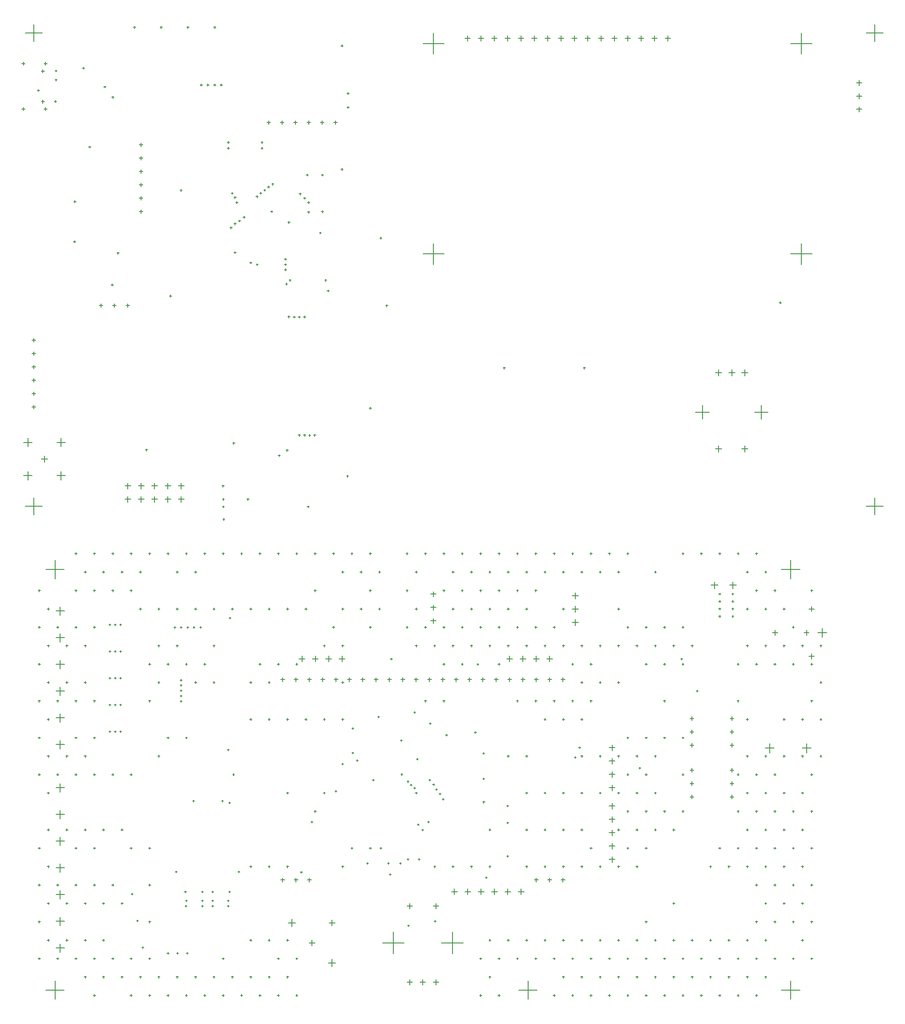
<source format=gbr>
%TF.GenerationSoftware,Altium Limited,Altium Designer,22.5.1 (42)*%
G04 Layer_Color=128*
%FSLAX43Y43*%
%MOMM*%
%TF.SameCoordinates,1CDD9A58-554C-4E31-8E55-BAED9532D10C*%
%TF.FilePolarity,Positive*%
%TF.FileFunction,Drillmap*%
%TF.Part,CustomerPanel*%
G01*
G75*
%TA.AperFunction,NonConductor*%
%ADD115C,0.127*%
D115*
X24430Y142180D02*
X25130D01*
X24780Y141830D02*
Y142530D01*
X26970Y142180D02*
X27670D01*
X27320Y141830D02*
Y142530D01*
X29510Y142180D02*
X30210D01*
X29860Y141830D02*
Y142530D01*
X94020Y193000D02*
X95020D01*
X94520Y192500D02*
Y193500D01*
X96560Y193000D02*
X97560D01*
X97060Y192500D02*
Y193500D01*
X99100Y193000D02*
X100100D01*
X99600Y192500D02*
Y193500D01*
X101640Y193000D02*
X102640D01*
X102140Y192500D02*
Y193500D01*
X104180Y193000D02*
X105180D01*
X104680Y192500D02*
Y193500D01*
X106720Y193000D02*
X107720D01*
X107220Y192500D02*
Y193500D01*
X109260Y193000D02*
X110260D01*
X109760Y192500D02*
Y193500D01*
X111800Y193000D02*
X112800D01*
X112300Y192500D02*
Y193500D01*
X114340Y193000D02*
X115340D01*
X114840Y192500D02*
Y193500D01*
X116880Y193000D02*
X117880D01*
X117380Y192500D02*
Y193500D01*
X119420Y193000D02*
X120420D01*
X119920Y192500D02*
Y193500D01*
X121960Y193000D02*
X122960D01*
X122460Y192500D02*
Y193500D01*
X124500Y193000D02*
X125500D01*
X125000Y192500D02*
Y193500D01*
X127040Y193000D02*
X128040D01*
X127540Y192500D02*
Y193500D01*
X129580Y193000D02*
X130580D01*
X130080Y192500D02*
Y193500D01*
X132120Y193000D02*
X133120D01*
X132620Y192500D02*
Y193500D01*
X86020Y192000D02*
X90020D01*
X88020Y190000D02*
Y194000D01*
X86020Y152000D02*
X90020D01*
X88020Y150000D02*
Y154000D01*
X156020Y152000D02*
X160020D01*
X158020Y150000D02*
Y154000D01*
X156020Y192000D02*
X160020D01*
X158020Y190000D02*
Y194000D01*
X39470Y107890D02*
X40570D01*
X40020Y107340D02*
Y108440D01*
X39470Y105350D02*
X40570D01*
X40020Y104800D02*
Y105900D01*
X36930Y107890D02*
X38030D01*
X37480Y107340D02*
Y108440D01*
X36930Y105350D02*
X38030D01*
X37480Y104800D02*
Y105900D01*
X34390Y105350D02*
X35490D01*
X34940Y104800D02*
Y105900D01*
X34390Y107890D02*
X35490D01*
X34940Y107340D02*
Y108440D01*
X31850Y105350D02*
X32950D01*
X32400Y104800D02*
Y105900D01*
X31850Y107890D02*
X32950D01*
X32400Y107340D02*
Y108440D01*
X29310Y105350D02*
X30410D01*
X29860Y104800D02*
Y105900D01*
X29310Y107890D02*
X30410D01*
X29860Y107340D02*
Y108440D01*
X13380Y186755D02*
X13980D01*
X13680Y186455D02*
Y187055D01*
X13380Y180975D02*
X13980D01*
X13680Y180675D02*
Y181275D01*
X149090Y121920D02*
X151690D01*
X150390Y120620D02*
Y123220D01*
X137890Y121920D02*
X140490D01*
X139190Y120620D02*
Y123220D01*
X146690Y114920D02*
X147890D01*
X147290Y114320D02*
Y115520D01*
X141690Y114920D02*
X142890D01*
X142290Y114320D02*
Y115520D01*
X146690Y129420D02*
X147890D01*
X147290Y128820D02*
Y130020D01*
X144190Y129420D02*
X145390D01*
X144790Y128820D02*
Y130020D01*
X141690Y129420D02*
X142890D01*
X142290Y128820D02*
Y130020D01*
X168500Y184500D02*
X169500D01*
X169000Y184000D02*
Y185000D01*
X168500Y182000D02*
X169500D01*
X169000Y181500D02*
Y182500D01*
X168500Y179500D02*
X169500D01*
X169000Y179000D02*
Y180000D01*
X11650Y135620D02*
X12350D01*
X12000Y135270D02*
Y135970D01*
X11650Y133080D02*
X12350D01*
X12000Y132730D02*
Y133430D01*
X11650Y130540D02*
X12350D01*
X12000Y130190D02*
Y130890D01*
X11650Y128000D02*
X12350D01*
X12000Y127650D02*
Y128350D01*
X11650Y125460D02*
X12350D01*
X12000Y125110D02*
Y125810D01*
X11650Y122920D02*
X12350D01*
X12000Y122570D02*
Y123270D01*
X10050Y116150D02*
X11650D01*
X10850Y115350D02*
Y116950D01*
X10050Y109850D02*
X11650D01*
X10850Y109050D02*
Y110650D01*
X16350Y109850D02*
X17950D01*
X17150Y109050D02*
Y110650D01*
X16350Y116150D02*
X17950D01*
X17150Y115350D02*
Y116950D01*
X13400Y113000D02*
X14600D01*
X14000Y112400D02*
Y113600D01*
X32050Y160060D02*
X32750D01*
X32400Y159710D02*
Y160410D01*
X32050Y162600D02*
X32750D01*
X32400Y162250D02*
Y162950D01*
X32050Y165140D02*
X32750D01*
X32400Y164790D02*
Y165490D01*
X32050Y167680D02*
X32750D01*
X32400Y167330D02*
Y168030D01*
X32050Y170220D02*
X32750D01*
X32400Y169870D02*
Y170570D01*
X32050Y172760D02*
X32750D01*
X32400Y172410D02*
Y173110D01*
X69000Y177000D02*
X69700D01*
X69350Y176650D02*
Y177350D01*
X66460Y177000D02*
X67160D01*
X66810Y176650D02*
Y177350D01*
X63920Y177000D02*
X64620D01*
X64270Y176650D02*
Y177350D01*
X61380Y177000D02*
X62080D01*
X61730Y176650D02*
Y177350D01*
X58840Y177000D02*
X59540D01*
X59190Y176650D02*
Y177350D01*
X56300Y177000D02*
X57000D01*
X56650Y176650D02*
Y177350D01*
X13880Y179545D02*
X14480D01*
X14180Y179245D02*
Y179845D01*
X13880Y188185D02*
X14480D01*
X14180Y187885D02*
Y188485D01*
X9700Y179545D02*
X10300D01*
X10000Y179245D02*
Y179845D01*
X9700Y188185D02*
X10300D01*
X10000Y187885D02*
Y188485D01*
X153800Y142750D02*
X154200D01*
X154000Y142550D02*
Y142950D01*
X64070Y159945D02*
X64470D01*
X64270Y159745D02*
Y160145D01*
X66700Y160050D02*
X67100D01*
X66900Y159850D02*
Y160250D01*
X19517Y154320D02*
X19917D01*
X19717Y154120D02*
Y154520D01*
X19581Y161940D02*
X19981D01*
X19781Y161740D02*
Y162140D01*
X15890Y181000D02*
X16290D01*
X16090Y180800D02*
Y181200D01*
X50903Y158290D02*
X51303D01*
X51103Y158090D02*
Y158490D01*
X71570Y182540D02*
X71970D01*
X71770Y182340D02*
Y182740D01*
X65220Y117527D02*
X65620D01*
X65420Y117327D02*
Y117727D01*
X64261Y117491D02*
X64661D01*
X64461Y117291D02*
Y117691D01*
X54233Y162927D02*
X54633D01*
X54433Y162727D02*
Y163127D01*
X67800Y145000D02*
X68200D01*
X68000Y144800D02*
Y145200D01*
X62300Y139999D02*
X62700D01*
X62500Y139799D02*
Y140199D01*
X63300Y140016D02*
X63700D01*
X63500Y139816D02*
Y140216D01*
X59859Y146295D02*
X60259D01*
X60059Y146095D02*
Y146495D01*
X60300Y158000D02*
X60700D01*
X60500Y157800D02*
Y158200D01*
X57050Y160060D02*
X57450D01*
X57250Y159860D02*
Y160260D01*
X51800Y159000D02*
X52200D01*
X52000Y158800D02*
Y159200D01*
X50073Y157754D02*
X50473D01*
X50273Y157554D02*
Y157954D01*
X49300Y157000D02*
X49700D01*
X49500Y156800D02*
Y157200D01*
X50400Y161778D02*
X50800D01*
X50600Y161578D02*
Y161978D01*
X50073Y162747D02*
X50473D01*
X50273Y162547D02*
Y162947D01*
X49521Y163532D02*
X49921D01*
X49721Y163332D02*
Y163732D01*
X54941Y163575D02*
X55341D01*
X55141Y163375D02*
Y163775D01*
X56450Y164763D02*
X56850D01*
X56650Y164563D02*
Y164963D01*
X57246Y165300D02*
X57646D01*
X57446Y165100D02*
Y165500D01*
X55719Y164138D02*
X56119D01*
X55919Y163938D02*
Y164338D01*
X26800Y181801D02*
X27200D01*
X27000Y181601D02*
Y182001D01*
X25279Y183767D02*
X25679D01*
X25479Y183567D02*
Y183967D01*
X48800Y172100D02*
X49200D01*
X49000Y171900D02*
Y172300D01*
X48800Y173231D02*
X49200D01*
X49000Y173031D02*
Y173431D01*
X55195Y172100D02*
X55595D01*
X55395Y171900D02*
Y172300D01*
X55195Y173231D02*
X55595D01*
X55395Y173031D02*
Y173431D01*
X71570Y179889D02*
X71970D01*
X71770Y179689D02*
Y180089D01*
X64070Y161778D02*
X64470D01*
X64270Y161578D02*
Y161978D01*
X63300Y162600D02*
X63700D01*
X63500Y162400D02*
Y162800D01*
X62454Y163420D02*
X62854D01*
X62654Y163220D02*
Y163620D01*
X59970Y114670D02*
X60370D01*
X60170Y114470D02*
Y114870D01*
X75800Y122670D02*
X76200D01*
X76000Y122470D02*
Y122870D01*
X71470Y109760D02*
X71870D01*
X71670Y109560D02*
Y109960D01*
X63970Y103920D02*
X64370D01*
X64170Y103720D02*
Y104120D01*
X50073Y152285D02*
X50473D01*
X50273Y152085D02*
Y152485D01*
X54273Y150000D02*
X54673D01*
X54473Y149800D02*
Y150200D01*
X63800Y167000D02*
X64200D01*
X64000Y166800D02*
Y167200D01*
X77800Y155000D02*
X78200D01*
X78000Y154800D02*
Y155200D01*
X52520Y105350D02*
X52920D01*
X52720Y105150D02*
Y105550D01*
X47795Y107895D02*
X48195D01*
X47995Y107695D02*
Y108095D01*
X70430Y191580D02*
X70830D01*
X70630Y191380D02*
Y191780D01*
X58470Y113670D02*
X58870D01*
X58670Y113470D02*
Y113870D01*
X49800Y116019D02*
X50200D01*
X50000Y115819D02*
Y116219D01*
X39800Y164094D02*
X40200D01*
X40000Y163894D02*
Y164294D01*
X59671Y149000D02*
X60071D01*
X59871Y148800D02*
Y149200D01*
X66300Y156000D02*
X66700D01*
X66500Y155800D02*
Y156200D01*
X59671Y150000D02*
X60071D01*
X59871Y149800D02*
Y150200D01*
X59671Y151000D02*
X60071D01*
X59871Y150800D02*
Y151200D01*
X46208Y195102D02*
X46608D01*
X46408Y194902D02*
Y195302D01*
X67306Y147008D02*
X67706D01*
X67506Y146808D02*
Y147208D01*
X60539Y147000D02*
X60939D01*
X60739Y146800D02*
Y147200D01*
X53050Y150331D02*
X53450D01*
X53250Y150131D02*
Y150531D01*
X27800Y152152D02*
X28200D01*
X28000Y151952D02*
Y152352D01*
X26690Y146110D02*
X27090D01*
X26890Y145910D02*
Y146310D01*
X37800Y144000D02*
X38200D01*
X38000Y143800D02*
Y144200D01*
X60306Y140061D02*
X60706D01*
X60506Y139861D02*
Y140261D01*
X43630Y184130D02*
X44030D01*
X43830Y183930D02*
Y184330D01*
X44900Y184130D02*
X45300D01*
X45100Y183930D02*
Y184330D01*
X12642Y183091D02*
X13042D01*
X12842Y182891D02*
Y183291D01*
X16005Y186818D02*
X16405D01*
X16205Y186618D02*
Y187018D01*
X15999Y185091D02*
X16399D01*
X16199Y184891D02*
Y185291D01*
X21237Y187326D02*
X21637D01*
X21437Y187126D02*
Y187526D01*
X22400Y172340D02*
X22800D01*
X22600Y172140D02*
Y172540D01*
X47830Y105350D02*
X48230D01*
X48030Y105150D02*
Y105550D01*
X47830Y103920D02*
X48230D01*
X48030Y103720D02*
Y104120D01*
X47920Y101540D02*
X48320D01*
X48120Y101340D02*
Y101740D01*
X36010Y195102D02*
X36410D01*
X36210Y194902D02*
Y195302D01*
X61315Y139999D02*
X61715D01*
X61515Y139799D02*
Y140199D01*
X70430Y168088D02*
X70830D01*
X70630Y167888D02*
Y168288D01*
X46208Y184130D02*
X46608D01*
X46408Y183930D02*
Y184330D01*
X30930Y195102D02*
X31330D01*
X31130Y194902D02*
Y195302D01*
X41090Y195102D02*
X41490D01*
X41290Y194902D02*
Y195302D01*
X47440Y184130D02*
X47840D01*
X47640Y183930D02*
Y184330D01*
X101288Y130310D02*
X101688D01*
X101488Y130110D02*
Y130510D01*
X116528Y130310D02*
X116928D01*
X116728Y130110D02*
Y130510D01*
X62300Y117527D02*
X62700D01*
X62500Y117327D02*
Y117727D01*
X66700Y167000D02*
X67100D01*
X66900Y166800D02*
Y167200D01*
X63300Y117527D02*
X63700D01*
X63500Y117327D02*
Y117727D01*
X78936Y142180D02*
X79336D01*
X79136Y141980D02*
Y142380D01*
X33216Y114748D02*
X33616D01*
X33416Y114548D02*
Y114948D01*
X170400Y104000D02*
X173600D01*
X172000Y102400D02*
Y105600D01*
X10400Y104000D02*
X13600D01*
X12000Y102400D02*
Y105600D01*
X10400Y194000D02*
X13600D01*
X12000Y192400D02*
Y195600D01*
X170400Y194000D02*
X173600D01*
X172000Y192400D02*
Y195600D01*
X78350Y21000D02*
X82450D01*
X80400Y18950D02*
Y23050D01*
X89550Y21000D02*
X93650D01*
X91600Y18950D02*
Y23050D01*
X83000Y13500D02*
X84000D01*
X83500Y13000D02*
Y14000D01*
X85500Y13500D02*
X86500D01*
X86000Y13000D02*
Y14000D01*
X88000Y13500D02*
X89000D01*
X88500Y13000D02*
Y14000D01*
X83000Y28000D02*
X84000D01*
X83500Y27500D02*
Y28500D01*
X88000Y28000D02*
X89000D01*
X88500Y27500D02*
Y28500D01*
X58940Y32950D02*
X59720D01*
X59330Y32560D02*
Y33340D01*
X64020Y32950D02*
X64800D01*
X64410Y32560D02*
Y33340D01*
X61480Y32950D02*
X62260D01*
X61870Y32560D02*
Y33340D01*
X71640Y71050D02*
X72420D01*
X72030Y70660D02*
Y71440D01*
X81800Y71050D02*
X82580D01*
X82190Y70660D02*
Y71440D01*
X79260Y71050D02*
X80040D01*
X79650Y70660D02*
Y71440D01*
X76720Y71050D02*
X77500D01*
X77110Y70660D02*
Y71440D01*
X74180Y71050D02*
X74960D01*
X74570Y70660D02*
Y71440D01*
X69100Y71050D02*
X69880D01*
X69490Y70660D02*
Y71440D01*
X66560Y71050D02*
X67340D01*
X66950Y70660D02*
Y71440D01*
X64020Y71050D02*
X64800D01*
X64410Y70660D02*
Y71440D01*
X61480Y71050D02*
X62260D01*
X61870Y70660D02*
Y71440D01*
X58940Y71050D02*
X59720D01*
X59330Y70660D02*
Y71440D01*
X112280Y32950D02*
X113060D01*
X112670Y32560D02*
Y33340D01*
X109740Y32950D02*
X110520D01*
X110130Y32560D02*
Y33340D01*
X107200Y32950D02*
X107980D01*
X107590Y32560D02*
Y33340D01*
X84340Y71050D02*
X85120D01*
X84730Y70660D02*
Y71440D01*
X112280Y71050D02*
X113060D01*
X112670Y70660D02*
Y71440D01*
X99580Y71050D02*
X100360D01*
X99970Y70660D02*
Y71440D01*
X94500Y71050D02*
X95280D01*
X94890Y70660D02*
Y71440D01*
X91960Y71050D02*
X92740D01*
X92350Y70660D02*
Y71440D01*
X89420Y71050D02*
X90200D01*
X89810Y70660D02*
Y71440D01*
X86880Y71050D02*
X87660D01*
X87270Y70660D02*
Y71440D01*
X102120Y71050D02*
X102900D01*
X102510Y70660D02*
Y71440D01*
X104660Y71050D02*
X105440D01*
X105050Y70660D02*
Y71440D01*
X107200Y71050D02*
X107980D01*
X107590Y70660D02*
Y71440D01*
X97040Y71050D02*
X97820D01*
X97430Y70660D02*
Y71440D01*
X109740Y71050D02*
X110520D01*
X110130Y70660D02*
Y71440D01*
X136815Y63640D02*
X137565D01*
X137190Y63265D02*
Y64015D01*
X136815Y61100D02*
X137565D01*
X137190Y60725D02*
Y61475D01*
X136815Y58560D02*
X137565D01*
X137190Y58185D02*
Y58935D01*
X144435Y58560D02*
X145185D01*
X144810Y58185D02*
Y58935D01*
X144435Y61100D02*
X145185D01*
X144810Y60725D02*
Y61475D01*
X144435Y63640D02*
X145185D01*
X144810Y63265D02*
Y64015D01*
X158150Y58000D02*
X159850D01*
X159000Y57150D02*
Y58850D01*
X151150Y58000D02*
X152850D01*
X152000Y57150D02*
Y58850D01*
X159500Y75500D02*
X160500D01*
X160000Y75000D02*
Y76000D01*
X161150Y80000D02*
X162850D01*
X162000Y79150D02*
Y80850D01*
X152500Y80000D02*
X153500D01*
X153000Y79500D02*
Y80500D01*
X158500Y80000D02*
X159500D01*
X159000Y79500D02*
Y80500D01*
X159500Y84500D02*
X160500D01*
X160000Y84000D02*
Y85000D01*
X16200Y20000D02*
X17800D01*
X17000Y19200D02*
Y20800D01*
X16200Y25080D02*
X17800D01*
X17000Y24280D02*
Y25880D01*
X16200Y35240D02*
X17800D01*
X17000Y34440D02*
Y36040D01*
X16200Y45400D02*
X17800D01*
X17000Y44600D02*
Y46200D01*
X16200Y50480D02*
X17800D01*
X17000Y49680D02*
Y51280D01*
X16200Y40320D02*
X17800D01*
X17000Y39520D02*
Y41120D01*
X16200Y30160D02*
X17800D01*
X17000Y29360D02*
Y30960D01*
X67530Y75000D02*
X68630D01*
X68080Y74450D02*
Y75550D01*
X70070Y75000D02*
X71170D01*
X70620Y74450D02*
Y75550D01*
X64990Y75000D02*
X66090D01*
X65540Y74450D02*
Y75550D01*
X62450Y75000D02*
X63550D01*
X63000Y74450D02*
Y75550D01*
X107040Y75000D02*
X108140D01*
X107590Y74450D02*
Y75550D01*
X109580Y75000D02*
X110680D01*
X110130Y74450D02*
Y75550D01*
X104500Y75000D02*
X105600D01*
X105050Y74450D02*
Y75550D01*
X101960Y75000D02*
X103060D01*
X102510Y74450D02*
Y75550D01*
X87500Y87300D02*
X88500D01*
X88000Y86800D02*
Y87800D01*
X87500Y84760D02*
X88500D01*
X88000Y84260D02*
Y85260D01*
X87500Y82220D02*
X88500D01*
X88000Y81720D02*
Y82720D01*
X104250Y12000D02*
X107750D01*
X106000Y10250D02*
Y13750D01*
X136815Y53840D02*
X137565D01*
X137190Y53465D02*
Y54215D01*
X136815Y51300D02*
X137565D01*
X137190Y50925D02*
Y51675D01*
X136815Y48760D02*
X137565D01*
X137190Y48385D02*
Y49135D01*
X144435Y48760D02*
X145185D01*
X144810Y48385D02*
Y49135D01*
X144435Y51300D02*
X145185D01*
X144810Y50925D02*
Y51675D01*
X144435Y53840D02*
X145185D01*
X144810Y53465D02*
Y54215D01*
X64350Y21000D02*
X65450D01*
X64900Y20450D02*
Y21550D01*
X68160Y24810D02*
X69260D01*
X68710Y24260D02*
Y25360D01*
X60390Y24810D02*
X61790D01*
X61090Y24110D02*
Y25510D01*
X68010Y17190D02*
X69410D01*
X68710Y16490D02*
Y17890D01*
X91450Y30700D02*
X92550D01*
X92000Y30150D02*
Y31250D01*
X93990Y30700D02*
X95090D01*
X94540Y30150D02*
Y31250D01*
X99070Y30700D02*
X100170D01*
X99620Y30150D02*
Y31250D01*
X104150Y30700D02*
X105250D01*
X104700Y30150D02*
Y31250D01*
X101610Y30700D02*
X102710D01*
X102160Y30150D02*
Y31250D01*
X96530Y30700D02*
X97630D01*
X97080Y30150D02*
Y31250D01*
X16200Y58700D02*
X17800D01*
X17000Y57900D02*
Y59500D01*
X16200Y63780D02*
X17800D01*
X17000Y62980D02*
Y64580D01*
X16200Y73940D02*
X17800D01*
X17000Y73140D02*
Y74740D01*
X16200Y84100D02*
X17800D01*
X17000Y83300D02*
Y84900D01*
X16200Y79020D02*
X17800D01*
X17000Y78220D02*
Y79820D01*
X16200Y68860D02*
X17800D01*
X17000Y68060D02*
Y69660D01*
X14250Y92000D02*
X17750D01*
X16000Y90250D02*
Y93750D01*
X114400Y81920D02*
X115600D01*
X115000Y81320D02*
Y82520D01*
X114400Y84460D02*
X115600D01*
X115000Y83860D02*
Y85060D01*
X114400Y87000D02*
X115600D01*
X115000Y86400D02*
Y87600D01*
X140850Y89000D02*
X142150D01*
X141500Y88350D02*
Y89650D01*
X144350Y89000D02*
X145650D01*
X145000Y88350D02*
Y89650D01*
X154250Y92000D02*
X157750D01*
X156000Y90250D02*
Y93750D01*
X14250Y12000D02*
X17750D01*
X16000Y10250D02*
Y13750D01*
X154250Y12000D02*
X157750D01*
X156000Y10250D02*
Y13750D01*
X121450Y41920D02*
X122550D01*
X122000Y41370D02*
Y42470D01*
X121450Y36840D02*
X122550D01*
X122000Y36290D02*
Y37390D01*
X121450Y39380D02*
X122550D01*
X122000Y38830D02*
Y39930D01*
X121450Y44460D02*
X122550D01*
X122000Y43910D02*
Y45010D01*
X121450Y47000D02*
X122550D01*
X122000Y46450D02*
Y47550D01*
X121450Y58120D02*
X122550D01*
X122000Y57570D02*
Y58670D01*
X121450Y55580D02*
X122550D01*
X122000Y55030D02*
Y56130D01*
X121450Y50500D02*
X122550D01*
X122000Y49950D02*
Y51050D01*
X121450Y53040D02*
X122550D01*
X122000Y52490D02*
Y53590D01*
X48825Y28000D02*
X49175D01*
X49000Y27825D02*
Y28175D01*
X45825Y28000D02*
X46175D01*
X46000Y27825D02*
Y28175D01*
X43875Y28000D02*
X44225D01*
X44050Y27825D02*
Y28175D01*
X40777Y28000D02*
X41126D01*
X40952Y27825D02*
Y28175D01*
X144774Y85920D02*
X145174D01*
X144974Y85720D02*
Y86120D01*
X144774Y87340D02*
X145174D01*
X144974Y87140D02*
Y87540D01*
X144774Y84501D02*
X145174D01*
X144974Y84301D02*
Y84701D01*
X144774Y83081D02*
X145174D01*
X144974Y82881D02*
Y83281D01*
X142300Y83081D02*
X142700D01*
X142500Y82881D02*
Y83281D01*
X142300Y84501D02*
X142700D01*
X142500Y84301D02*
Y84701D01*
X142300Y87340D02*
X142700D01*
X142500Y87140D02*
Y87540D01*
X142300Y85920D02*
X142700D01*
X142500Y85720D02*
Y86120D01*
X97400Y47761D02*
X97800D01*
X97600Y47561D02*
Y47961D01*
X149300Y95000D02*
X149700D01*
X149500Y94800D02*
Y95200D01*
X151050Y91500D02*
X151450D01*
X151250Y91300D02*
Y91700D01*
X145800Y95000D02*
X146200D01*
X146000Y94800D02*
Y95200D01*
X147550Y91500D02*
X147950D01*
X147750Y91300D02*
Y91700D01*
X142300Y95000D02*
X142700D01*
X142500Y94800D02*
Y95200D01*
X138800Y95000D02*
X139200D01*
X139000Y94800D02*
Y95200D01*
X135300Y95000D02*
X135700D01*
X135500Y94800D02*
Y95200D01*
X135300Y81000D02*
X135700D01*
X135500Y80800D02*
Y81200D01*
X137050Y77500D02*
X137450D01*
X137250Y77300D02*
Y77700D01*
X135300Y74000D02*
X135700D01*
X135500Y73800D02*
Y74200D01*
X135300Y60000D02*
X135700D01*
X135500Y59800D02*
Y60200D01*
X135300Y53000D02*
X135700D01*
X135500Y52800D02*
Y53200D01*
X135300Y46000D02*
X135700D01*
X135500Y45800D02*
Y46200D01*
X131800Y81000D02*
X132200D01*
X132000Y80800D02*
Y81200D01*
X133550Y77500D02*
X133950D01*
X133750Y77300D02*
Y77700D01*
X131800Y74000D02*
X132200D01*
X132000Y73800D02*
Y74200D01*
X131800Y67000D02*
X132200D01*
X132000Y66800D02*
Y67200D01*
X131800Y60000D02*
X132200D01*
X132000Y59800D02*
Y60200D01*
X131800Y46000D02*
X132200D01*
X132000Y45800D02*
Y46200D01*
X133550Y42500D02*
X133950D01*
X133750Y42300D02*
Y42700D01*
X130050Y91500D02*
X130450D01*
X130250Y91300D02*
Y91700D01*
X128300Y81000D02*
X128700D01*
X128500Y80800D02*
Y81200D01*
X130050Y77500D02*
X130450D01*
X130250Y77300D02*
Y77700D01*
X128300Y74000D02*
X128700D01*
X128500Y73800D02*
Y74200D01*
X128300Y60000D02*
X128700D01*
X128500Y59800D02*
Y60200D01*
X130050Y56500D02*
X130450D01*
X130250Y56300D02*
Y56700D01*
X128300Y53000D02*
X128700D01*
X128500Y52800D02*
Y53200D01*
X130050Y49500D02*
X130450D01*
X130250Y49300D02*
Y49700D01*
X128300Y46000D02*
X128700D01*
X128500Y45800D02*
Y46200D01*
X130050Y42500D02*
X130450D01*
X130250Y42300D02*
Y42700D01*
X128300Y39000D02*
X128700D01*
X128500Y38800D02*
Y39200D01*
X124800Y95000D02*
X125200D01*
X125000Y94800D02*
Y95200D01*
X124800Y81000D02*
X125200D01*
X125000Y80800D02*
Y81200D01*
X126550Y77500D02*
X126950D01*
X126750Y77300D02*
Y77700D01*
X124800Y60000D02*
X125200D01*
X125000Y59800D02*
Y60200D01*
X126550Y56500D02*
X126950D01*
X126750Y56300D02*
Y56700D01*
X124800Y53000D02*
X125200D01*
X125000Y52800D02*
Y53200D01*
X126550Y49500D02*
X126950D01*
X126750Y49300D02*
Y49700D01*
X124800Y46000D02*
X125200D01*
X125000Y45800D02*
Y46200D01*
X126550Y42500D02*
X126950D01*
X126750Y42300D02*
Y42700D01*
X124800Y39000D02*
X125200D01*
X125000Y38800D02*
Y39200D01*
X126550Y35500D02*
X126950D01*
X126750Y35300D02*
Y35700D01*
X121300Y95000D02*
X121700D01*
X121500Y94800D02*
Y95200D01*
X123050Y91500D02*
X123450D01*
X123250Y91300D02*
Y91700D01*
X123050Y84500D02*
X123450D01*
X123250Y84300D02*
Y84700D01*
X123050Y77500D02*
X123450D01*
X123250Y77300D02*
Y77700D01*
X123050Y70500D02*
X123450D01*
X123250Y70300D02*
Y70700D01*
X123050Y56500D02*
X123450D01*
X123250Y56300D02*
Y56700D01*
X123050Y49500D02*
X123450D01*
X123250Y49300D02*
Y49700D01*
X123050Y42500D02*
X123450D01*
X123250Y42300D02*
Y42700D01*
X123050Y35500D02*
X123450D01*
X123250Y35300D02*
Y35700D01*
X117800Y95000D02*
X118200D01*
X118000Y94800D02*
Y95200D01*
X119550Y91500D02*
X119950D01*
X119750Y91300D02*
Y91700D01*
X119550Y77500D02*
X119950D01*
X119750Y77300D02*
Y77700D01*
X117800Y74000D02*
X118200D01*
X118000Y73800D02*
Y74200D01*
X119550Y70500D02*
X119950D01*
X119750Y70300D02*
Y70700D01*
X117800Y67000D02*
X118200D01*
X118000Y66800D02*
Y67200D01*
X119550Y56500D02*
X119950D01*
X119750Y56300D02*
Y56700D01*
X119550Y49500D02*
X119950D01*
X119750Y49300D02*
Y49700D01*
X117800Y39000D02*
X118200D01*
X118000Y38800D02*
Y39200D01*
X119550Y35500D02*
X119950D01*
X119750Y35300D02*
Y35700D01*
X114300Y95000D02*
X114700D01*
X114500Y94800D02*
Y95200D01*
X116050Y91500D02*
X116450D01*
X116250Y91300D02*
Y91700D01*
X116050Y77500D02*
X116450D01*
X116250Y77300D02*
Y77700D01*
X114300Y74000D02*
X114700D01*
X114500Y73800D02*
Y74200D01*
X116050Y70500D02*
X116450D01*
X116250Y70300D02*
Y70700D01*
X114300Y67000D02*
X114700D01*
X114500Y66800D02*
Y67200D01*
X116050Y63500D02*
X116450D01*
X116250Y63300D02*
Y63700D01*
X116050Y56500D02*
X116450D01*
X116250Y56300D02*
Y56700D01*
X116050Y49500D02*
X116450D01*
X116250Y49300D02*
Y49700D01*
X116050Y42500D02*
X116450D01*
X116250Y42300D02*
Y42700D01*
X116050Y35500D02*
X116450D01*
X116250Y35300D02*
Y35700D01*
X110800Y95000D02*
X111200D01*
X111000Y94800D02*
Y95200D01*
X112550Y91500D02*
X112950D01*
X112750Y91300D02*
Y91700D01*
X112550Y84500D02*
X112950D01*
X112750Y84300D02*
Y84700D01*
X110800Y81000D02*
X111200D01*
X111000Y80800D02*
Y81200D01*
X112550Y77500D02*
X112950D01*
X112750Y77300D02*
Y77700D01*
X110800Y67000D02*
X111200D01*
X111000Y66800D02*
Y67200D01*
X112550Y63500D02*
X112950D01*
X112750Y63300D02*
Y63700D01*
X112550Y49500D02*
X112950D01*
X112750Y49300D02*
Y49700D01*
X112550Y42500D02*
X112950D01*
X112750Y42300D02*
Y42700D01*
X112550Y35500D02*
X112950D01*
X112750Y35300D02*
Y35700D01*
X107300Y95000D02*
X107700D01*
X107500Y94800D02*
Y95200D01*
X109050Y91500D02*
X109450D01*
X109250Y91300D02*
Y91700D01*
X107300Y88000D02*
X107700D01*
X107500Y87800D02*
Y88200D01*
X107300Y81000D02*
X107700D01*
X107500Y80800D02*
Y81200D01*
X109050Y77500D02*
X109450D01*
X109250Y77300D02*
Y77700D01*
X107300Y67000D02*
X107700D01*
X107500Y66800D02*
Y67200D01*
X109050Y63500D02*
X109450D01*
X109250Y63300D02*
Y63700D01*
X109050Y49500D02*
X109450D01*
X109250Y49300D02*
Y49700D01*
X109050Y42500D02*
X109450D01*
X109250Y42300D02*
Y42700D01*
X109050Y35500D02*
X109450D01*
X109250Y35300D02*
Y35700D01*
X103800Y95000D02*
X104200D01*
X104000Y94800D02*
Y95200D01*
X105550Y91500D02*
X105950D01*
X105750Y91300D02*
Y91700D01*
X103800Y88000D02*
X104200D01*
X104000Y87800D02*
Y88200D01*
X105550Y84500D02*
X105950D01*
X105750Y84300D02*
Y84700D01*
X103800Y81000D02*
X104200D01*
X104000Y80800D02*
Y81200D01*
X105550Y77500D02*
X105950D01*
X105750Y77300D02*
Y77700D01*
X103800Y67000D02*
X104200D01*
X104000Y66800D02*
Y67200D01*
X105550Y56500D02*
X105950D01*
X105750Y56300D02*
Y56700D01*
X105550Y49500D02*
X105950D01*
X105750Y49300D02*
Y49700D01*
X105550Y42500D02*
X105950D01*
X105750Y42300D02*
Y42700D01*
X105550Y35500D02*
X105950D01*
X105750Y35300D02*
Y35700D01*
X100300Y95000D02*
X100700D01*
X100500Y94800D02*
Y95200D01*
X102050Y91500D02*
X102450D01*
X102250Y91300D02*
Y91700D01*
X100300Y88000D02*
X100700D01*
X100500Y87800D02*
Y88200D01*
X102050Y84500D02*
X102450D01*
X102250Y84300D02*
Y84700D01*
X100300Y81000D02*
X100700D01*
X100500Y80800D02*
Y81200D01*
X102050Y77500D02*
X102450D01*
X102250Y77300D02*
Y77700D01*
X100300Y74000D02*
X100700D01*
X100500Y73800D02*
Y74200D01*
X102050Y56500D02*
X102450D01*
X102250Y56300D02*
Y56700D01*
X96800Y95000D02*
X97200D01*
X97000Y94800D02*
Y95200D01*
X98550Y91500D02*
X98950D01*
X98750Y91300D02*
Y91700D01*
X96800Y88000D02*
X97200D01*
X97000Y87800D02*
Y88200D01*
X98550Y84500D02*
X98950D01*
X98750Y84300D02*
Y84700D01*
X96800Y81000D02*
X97200D01*
X97000Y80800D02*
Y81200D01*
X98550Y77500D02*
X98950D01*
X98750Y77300D02*
Y77700D01*
X98550Y42500D02*
X98950D01*
X98750Y42300D02*
Y42700D01*
X98550Y35500D02*
X98950D01*
X98750Y35300D02*
Y35700D01*
X93300Y95000D02*
X93700D01*
X93500Y94800D02*
Y95200D01*
X95050Y91500D02*
X95450D01*
X95250Y91300D02*
Y91700D01*
X93300Y88000D02*
X93700D01*
X93500Y87800D02*
Y88200D01*
X95050Y84500D02*
X95450D01*
X95250Y84300D02*
Y84700D01*
X93300Y81000D02*
X93700D01*
X93500Y80800D02*
Y81200D01*
X95050Y77500D02*
X95450D01*
X95250Y77300D02*
Y77700D01*
X93300Y74000D02*
X93700D01*
X93500Y73800D02*
Y74200D01*
X95050Y35500D02*
X95450D01*
X95250Y35300D02*
Y35700D01*
X89800Y95000D02*
X90200D01*
X90000Y94800D02*
Y95200D01*
X91550Y91500D02*
X91950D01*
X91750Y91300D02*
Y91700D01*
X89800Y88000D02*
X90200D01*
X90000Y87800D02*
Y88200D01*
X91550Y84500D02*
X91950D01*
X91750Y84300D02*
Y84700D01*
X89800Y81000D02*
X90200D01*
X90000Y80800D02*
Y81200D01*
X91550Y77500D02*
X91950D01*
X91750Y77300D02*
Y77700D01*
X89800Y74000D02*
X90200D01*
X90000Y73800D02*
Y74200D01*
X89800Y67000D02*
X90200D01*
X90000Y66800D02*
Y67200D01*
X91550Y35500D02*
X91950D01*
X91750Y35300D02*
Y35700D01*
X86300Y95000D02*
X86700D01*
X86500Y94800D02*
Y95200D01*
X86300Y81000D02*
X86700D01*
X86500Y80800D02*
Y81200D01*
X88050Y77500D02*
X88450D01*
X88250Y77300D02*
Y77700D01*
X86300Y67000D02*
X86700D01*
X86500Y66800D02*
Y67200D01*
X88050Y35500D02*
X88450D01*
X88250Y35300D02*
Y35700D01*
X82800Y95000D02*
X83200D01*
X83000Y94800D02*
Y95200D01*
X84550Y91500D02*
X84950D01*
X84750Y91300D02*
Y91700D01*
X82800Y88000D02*
X83200D01*
X83000Y87800D02*
Y88200D01*
X84550Y84500D02*
X84950D01*
X84750Y84300D02*
Y84700D01*
X82800Y81000D02*
X83200D01*
X83000Y80800D02*
Y81200D01*
X84550Y77500D02*
X84950D01*
X84750Y77300D02*
Y77700D01*
X84550Y49500D02*
X84950D01*
X84750Y49300D02*
Y49700D01*
X75800Y95000D02*
X76200D01*
X76000Y94800D02*
Y95200D01*
X77550Y91500D02*
X77950D01*
X77750Y91300D02*
Y91700D01*
X75800Y88000D02*
X76200D01*
X76000Y87800D02*
Y88200D01*
X77550Y84500D02*
X77950D01*
X77750Y84300D02*
Y84700D01*
X75800Y81000D02*
X76200D01*
X76000Y80800D02*
Y81200D01*
X75800Y39000D02*
X76200D01*
X76000Y38800D02*
Y39200D01*
X72300Y95000D02*
X72700D01*
X72500Y94800D02*
Y95200D01*
X74050Y91500D02*
X74450D01*
X74250Y91300D02*
Y91700D01*
X74050Y84500D02*
X74450D01*
X74250Y84300D02*
Y84700D01*
X72300Y39000D02*
X72700D01*
X72500Y38800D02*
Y39200D01*
X68800Y95000D02*
X69200D01*
X69000Y94800D02*
Y95200D01*
X70550Y91500D02*
X70950D01*
X70750Y91300D02*
Y91700D01*
X70550Y84500D02*
X70950D01*
X70750Y84300D02*
Y84700D01*
X68800Y81000D02*
X69200D01*
X69000Y80800D02*
Y81200D01*
X70550Y77500D02*
X70950D01*
X70750Y77300D02*
Y77700D01*
X70550Y70500D02*
X70950D01*
X70750Y70300D02*
Y70700D01*
X70550Y63500D02*
X70950D01*
X70750Y63300D02*
Y63700D01*
X70550Y35500D02*
X70950D01*
X70750Y35300D02*
Y35700D01*
X65300Y95000D02*
X65700D01*
X65500Y94800D02*
Y95200D01*
X65300Y88000D02*
X65700D01*
X65500Y87800D02*
Y88200D01*
X67050Y77500D02*
X67450D01*
X67250Y77300D02*
Y77700D01*
X67050Y63500D02*
X67450D01*
X67250Y63300D02*
Y63700D01*
X67050Y49500D02*
X67450D01*
X67250Y49300D02*
Y49700D01*
X65300Y46000D02*
X65700D01*
X65500Y45800D02*
Y46200D01*
X61800Y95000D02*
X62200D01*
X62000Y94800D02*
Y95200D01*
X63550Y84500D02*
X63950D01*
X63750Y84300D02*
Y84700D01*
X61800Y74000D02*
X62200D01*
X62000Y73800D02*
Y74200D01*
X63550Y63500D02*
X63950D01*
X63750Y63300D02*
Y63700D01*
X58300Y95000D02*
X58700D01*
X58500Y94800D02*
Y95200D01*
X60050Y84500D02*
X60450D01*
X60250Y84300D02*
Y84700D01*
X58300Y74000D02*
X58700D01*
X58500Y73800D02*
Y74200D01*
X60050Y63500D02*
X60450D01*
X60250Y63300D02*
Y63700D01*
X60050Y49500D02*
X60450D01*
X60250Y49300D02*
Y49700D01*
X54800Y95000D02*
X55200D01*
X55000Y94800D02*
Y95200D01*
X56550Y84500D02*
X56950D01*
X56750Y84300D02*
Y84700D01*
X54800Y74000D02*
X55200D01*
X55000Y73800D02*
Y74200D01*
X56550Y70500D02*
X56950D01*
X56750Y70300D02*
Y70700D01*
X56550Y63500D02*
X56950D01*
X56750Y63300D02*
Y63700D01*
X51300Y95000D02*
X51700D01*
X51500Y94800D02*
Y95200D01*
X53050Y84500D02*
X53450D01*
X53250Y84300D02*
Y84700D01*
X53050Y70500D02*
X53450D01*
X53250Y70300D02*
Y70700D01*
X53050Y63500D02*
X53450D01*
X53250Y63300D02*
Y63700D01*
X47800Y95000D02*
X48200D01*
X48000Y94800D02*
Y95200D01*
X49550Y84500D02*
X49950D01*
X49750Y84300D02*
Y84700D01*
X44300Y95000D02*
X44700D01*
X44500Y94800D02*
Y95200D01*
X46050Y84500D02*
X46450D01*
X46250Y84300D02*
Y84700D01*
X46050Y77500D02*
X46450D01*
X46250Y77300D02*
Y77700D01*
X44300Y74000D02*
X44700D01*
X44500Y73800D02*
Y74200D01*
X46050Y70500D02*
X46450D01*
X46250Y70300D02*
Y70700D01*
X40800Y95000D02*
X41200D01*
X41000Y94800D02*
Y95200D01*
X42550Y91500D02*
X42950D01*
X42750Y91300D02*
Y91700D01*
X42550Y84500D02*
X42950D01*
X42750Y84300D02*
Y84700D01*
X40800Y74000D02*
X41200D01*
X41000Y73800D02*
Y74200D01*
X42550Y70500D02*
X42950D01*
X42750Y70300D02*
Y70700D01*
X40800Y60000D02*
X41200D01*
X41000Y59800D02*
Y60200D01*
X37300Y95000D02*
X37700D01*
X37500Y94800D02*
Y95200D01*
X39050Y91500D02*
X39450D01*
X39250Y91300D02*
Y91700D01*
X39050Y84500D02*
X39450D01*
X39250Y84300D02*
Y84700D01*
X39050Y77500D02*
X39450D01*
X39250Y77300D02*
Y77700D01*
X37300Y74000D02*
X37700D01*
X37500Y73800D02*
Y74200D01*
X37300Y60000D02*
X37700D01*
X37500Y59800D02*
Y60200D01*
X33800Y95000D02*
X34200D01*
X34000Y94800D02*
Y95200D01*
X35550Y84500D02*
X35950D01*
X35750Y84300D02*
Y84700D01*
X35550Y77500D02*
X35950D01*
X35750Y77300D02*
Y77700D01*
X33800Y74000D02*
X34200D01*
X34000Y73800D02*
Y74200D01*
X35550Y70500D02*
X35950D01*
X35750Y70300D02*
Y70700D01*
X33800Y67000D02*
X34200D01*
X34000Y66800D02*
Y67200D01*
X35550Y56500D02*
X35950D01*
X35750Y56300D02*
Y56700D01*
X30300Y95000D02*
X30700D01*
X30500Y94800D02*
Y95200D01*
X32050Y91500D02*
X32450D01*
X32250Y91300D02*
Y91700D01*
X30300Y88000D02*
X30700D01*
X30500Y87800D02*
Y88200D01*
X32050Y84500D02*
X32450D01*
X32250Y84300D02*
Y84700D01*
X30300Y53000D02*
X30700D01*
X30500Y52800D02*
Y53200D01*
X26800Y95000D02*
X27200D01*
X27000Y94800D02*
Y95200D01*
X28550Y91500D02*
X28950D01*
X28750Y91300D02*
Y91700D01*
X26800Y88000D02*
X27200D01*
X27000Y87800D02*
Y88200D01*
X26800Y53000D02*
X27200D01*
X27000Y52800D02*
Y53200D01*
X23300Y95000D02*
X23700D01*
X23500Y94800D02*
Y95200D01*
X25050Y91500D02*
X25450D01*
X25250Y91300D02*
Y91700D01*
X23300Y88000D02*
X23700D01*
X23500Y87800D02*
Y88200D01*
X23300Y81000D02*
X23700D01*
X23500Y80800D02*
Y81200D01*
X23300Y67000D02*
X23700D01*
X23500Y66800D02*
Y67200D01*
X23300Y60000D02*
X23700D01*
X23500Y59800D02*
Y60200D01*
X23300Y53000D02*
X23700D01*
X23500Y52800D02*
Y53200D01*
X19800Y95000D02*
X20200D01*
X20000Y94800D02*
Y95200D01*
X21550Y91500D02*
X21950D01*
X21750Y91300D02*
Y91700D01*
X19800Y88000D02*
X20200D01*
X20000Y87800D02*
Y88200D01*
X19800Y81000D02*
X20200D01*
X20000Y80800D02*
Y81200D01*
X21550Y77500D02*
X21950D01*
X21750Y77300D02*
Y77700D01*
X21550Y70500D02*
X21950D01*
X21750Y70300D02*
Y70700D01*
X19800Y67000D02*
X20200D01*
X20000Y66800D02*
Y67200D01*
X19800Y60000D02*
X20200D01*
X20000Y59800D02*
Y60200D01*
X21550Y56500D02*
X21950D01*
X21750Y56300D02*
Y56700D01*
X19800Y53000D02*
X20200D01*
X20000Y52800D02*
Y53200D01*
X16300Y81000D02*
X16700D01*
X16500Y80800D02*
Y81200D01*
X18050Y77500D02*
X18450D01*
X18250Y77300D02*
Y77700D01*
X18050Y70500D02*
X18450D01*
X18250Y70300D02*
Y70700D01*
X16300Y67000D02*
X16700D01*
X16500Y66800D02*
Y67200D01*
X18050Y56500D02*
X18450D01*
X18250Y56300D02*
Y56700D01*
X16300Y53000D02*
X16700D01*
X16500Y52800D02*
Y53200D01*
X12800Y88000D02*
X13200D01*
X13000Y87800D02*
Y88200D01*
X14550Y84500D02*
X14950D01*
X14750Y84300D02*
Y84700D01*
X12800Y81000D02*
X13200D01*
X13000Y80800D02*
Y81200D01*
X14550Y77500D02*
X14950D01*
X14750Y77300D02*
Y77700D01*
X12800Y74000D02*
X13200D01*
X13000Y73800D02*
Y74200D01*
X14550Y70500D02*
X14950D01*
X14750Y70300D02*
Y70700D01*
X12800Y67000D02*
X13200D01*
X13000Y66800D02*
Y67200D01*
X14550Y63500D02*
X14950D01*
X14750Y63300D02*
Y63700D01*
X12800Y60000D02*
X13200D01*
X13000Y59800D02*
Y60200D01*
X14550Y56500D02*
X14950D01*
X14750Y56300D02*
Y56700D01*
X12800Y53000D02*
X13200D01*
X13000Y52800D02*
Y53200D01*
X14550Y49500D02*
X14950D01*
X14750Y49300D02*
Y49700D01*
X84741Y55911D02*
X85091D01*
X84916Y55736D02*
Y56086D01*
X69315Y49800D02*
X69665D01*
X69490Y49625D02*
Y49975D01*
X70573Y55000D02*
X70923D01*
X70748Y54825D02*
Y55175D01*
X101985Y47000D02*
X102335D01*
X102160Y46825D02*
Y47175D01*
X101985Y43824D02*
X102335D01*
X102160Y43649D02*
Y43999D01*
X101985Y37450D02*
X102335D01*
X102160Y37275D02*
Y37625D01*
X79625Y34000D02*
X79975D01*
X79800Y33825D02*
Y34175D01*
X79310Y36100D02*
X79660D01*
X79485Y35925D02*
Y36275D01*
X77825Y39000D02*
X78175D01*
X78000Y38825D02*
Y39175D01*
X81525Y36100D02*
X81875D01*
X81700Y35925D02*
Y36275D01*
X75325Y36100D02*
X75675D01*
X75500Y35925D02*
Y36275D01*
X86859Y44000D02*
X87209D01*
X87034Y43825D02*
Y44175D01*
X72525Y61800D02*
X72875D01*
X72700Y61625D02*
Y61975D01*
X77425Y64000D02*
X77775D01*
X77600Y63825D02*
Y64175D01*
X84294Y64800D02*
X84644D01*
X84469Y64625D02*
Y64975D01*
X97425Y52213D02*
X97775D01*
X97600Y52038D02*
Y52388D01*
X89664Y48322D02*
X90014D01*
X89839Y48147D02*
Y48497D01*
X46050Y14500D02*
X46450D01*
X46250Y14300D02*
Y14700D01*
X147550Y77500D02*
X147950D01*
X147750Y77300D02*
Y77700D01*
X47800Y18000D02*
X48200D01*
X48000Y17800D02*
Y18200D01*
X37300Y11000D02*
X37700D01*
X37500Y10800D02*
Y11200D01*
X151050Y42500D02*
X151450D01*
X151250Y42300D02*
Y42700D01*
X21550Y28500D02*
X21950D01*
X21750Y28300D02*
Y28700D01*
X133550Y21500D02*
X133950D01*
X133750Y21300D02*
Y21700D01*
X25050Y14500D02*
X25450D01*
X25250Y14300D02*
Y14700D01*
X58300Y18000D02*
X58700D01*
X58500Y17800D02*
Y18200D01*
X33800Y18000D02*
X34200D01*
X34000Y17800D02*
Y18200D01*
X39050Y14500D02*
X39450D01*
X39250Y14300D02*
Y14700D01*
X56550Y21500D02*
X56950D01*
X56750Y21300D02*
Y21700D01*
X56550Y35500D02*
X56950D01*
X56750Y35300D02*
Y35700D01*
X145800Y11000D02*
X146200D01*
X146000Y10800D02*
Y11200D01*
X151050Y21500D02*
X151450D01*
X151250Y21300D02*
Y21700D01*
X100300Y11000D02*
X100700D01*
X100500Y10800D02*
Y11200D01*
X51300Y11000D02*
X51700D01*
X51500Y10800D02*
Y11200D01*
X30300Y39000D02*
X30700D01*
X30500Y38800D02*
Y39200D01*
X105550Y21500D02*
X105950D01*
X105750Y21300D02*
Y21700D01*
X154550Y28500D02*
X154950D01*
X154750Y28300D02*
Y28700D01*
X25050Y28500D02*
X25450D01*
X25250Y28300D02*
Y28700D01*
X23300Y32000D02*
X23700D01*
X23500Y31800D02*
Y32200D01*
X126550Y14500D02*
X126950D01*
X126750Y14300D02*
Y14700D01*
X149300Y11000D02*
X149700D01*
X149500Y10800D02*
Y11200D01*
X147550Y56500D02*
X147950D01*
X147750Y56300D02*
Y56700D01*
X18050Y42500D02*
X18450D01*
X18250Y42300D02*
Y42700D01*
X154550Y42500D02*
X154950D01*
X154750Y42300D02*
Y42700D01*
X159800Y67000D02*
X160200D01*
X160000Y66800D02*
Y67200D01*
X100300Y18000D02*
X100700D01*
X100500Y17800D02*
Y18200D01*
X159800Y88000D02*
X160200D01*
X160000Y87800D02*
Y88200D01*
X149300Y25000D02*
X149700D01*
X149500Y24800D02*
Y25200D01*
X151050Y84500D02*
X151450D01*
X151250Y84300D02*
Y84700D01*
X14550Y28500D02*
X14950D01*
X14750Y28300D02*
Y28700D01*
X133550Y28500D02*
X133950D01*
X133750Y28300D02*
Y28700D01*
X140550Y35500D02*
X140950D01*
X140750Y35300D02*
Y35700D01*
X61800Y11000D02*
X62200D01*
X62000Y10800D02*
Y11200D01*
X21550Y42500D02*
X21950D01*
X21750Y42300D02*
Y42700D01*
X156300Y25000D02*
X156700D01*
X156500Y24800D02*
Y25200D01*
X19800Y32000D02*
X20200D01*
X20000Y31800D02*
Y32200D01*
X149300Y88000D02*
X149700D01*
X149500Y87800D02*
Y88200D01*
X151050Y56500D02*
X151450D01*
X151250Y56300D02*
Y56700D01*
X61800Y18000D02*
X62200D01*
X62000Y17800D02*
Y18200D01*
X126550Y21500D02*
X126950D01*
X126750Y21300D02*
Y21700D01*
X23300Y39000D02*
X23700D01*
X23500Y38800D02*
Y39200D01*
X23300Y18000D02*
X23700D01*
X23500Y17800D02*
Y18200D01*
X161550Y70500D02*
X161950D01*
X161750Y70300D02*
Y70700D01*
X25050Y42500D02*
X25450D01*
X25250Y42300D02*
Y42700D01*
X149300Y53000D02*
X149700D01*
X149500Y52800D02*
Y53200D01*
X152800Y18000D02*
X153200D01*
X153000Y17800D02*
Y18200D01*
X114300Y11000D02*
X114700D01*
X114500Y10800D02*
Y11200D01*
X130050Y14500D02*
X130450D01*
X130250Y14300D02*
Y14700D01*
X19800Y39000D02*
X20200D01*
X20000Y38800D02*
Y39200D01*
X147550Y35500D02*
X147950D01*
X147750Y35300D02*
Y35700D01*
X149300Y39000D02*
X149700D01*
X149500Y38800D02*
Y39200D01*
X159800Y53000D02*
X160200D01*
X160000Y52800D02*
Y53200D01*
X28550Y28500D02*
X28950D01*
X28750Y28300D02*
Y28700D01*
X158050Y56500D02*
X158450D01*
X158250Y56300D02*
Y56700D01*
X161550Y63500D02*
X161950D01*
X161750Y63300D02*
Y63700D01*
X151050Y14500D02*
X151450D01*
X151250Y14300D02*
Y14700D01*
X53050Y14500D02*
X53450D01*
X53250Y14300D02*
Y14700D01*
X96800Y11000D02*
X97200D01*
X97000Y10800D02*
Y11200D01*
X14550Y21500D02*
X14950D01*
X14750Y21300D02*
Y21700D01*
X156300Y46000D02*
X156700D01*
X156500Y45800D02*
Y46200D01*
X21550Y21500D02*
X21950D01*
X21750Y21300D02*
Y21700D01*
X123050Y21500D02*
X123450D01*
X123250Y21300D02*
Y21700D01*
X114300Y18000D02*
X114700D01*
X114500Y17800D02*
Y18200D01*
X30300Y18000D02*
X30700D01*
X30500Y17800D02*
Y18200D01*
X149300Y32000D02*
X149700D01*
X149500Y31800D02*
Y32200D01*
X138800Y18000D02*
X139200D01*
X139000Y17800D02*
Y18200D01*
X18050Y21500D02*
X18450D01*
X18250Y21300D02*
Y21700D01*
X130050Y21500D02*
X130450D01*
X130250Y21300D02*
Y21700D01*
X124800Y18000D02*
X125200D01*
X125000Y17800D02*
Y18200D01*
X137050Y14500D02*
X137450D01*
X137250Y14300D02*
Y14700D01*
X32050Y14500D02*
X32450D01*
X32250Y14300D02*
Y14700D01*
X145800Y67000D02*
X146200D01*
X146000Y66800D02*
Y67200D01*
X112550Y21500D02*
X112950D01*
X112750Y21300D02*
Y21700D01*
X145800Y53000D02*
X146200D01*
X146000Y52800D02*
Y53200D01*
X21550Y14500D02*
X21950D01*
X21750Y14300D02*
Y14700D01*
X161550Y56500D02*
X161950D01*
X161750Y56300D02*
Y56700D01*
X98550Y14500D02*
X98950D01*
X98750Y14300D02*
Y14700D01*
X96800Y18000D02*
X97200D01*
X97000Y17800D02*
Y18200D01*
X149300Y46000D02*
X149700D01*
X149500Y45800D02*
Y46200D01*
X161550Y77500D02*
X161950D01*
X161750Y77300D02*
Y77700D01*
X159800Y18000D02*
X160200D01*
X160000Y17800D02*
Y18200D01*
X60050Y14500D02*
X60450D01*
X60250Y14300D02*
Y14700D01*
X149300Y18000D02*
X149700D01*
X149500Y17800D02*
Y18200D01*
X151050Y35500D02*
X151450D01*
X151250Y35300D02*
Y35700D01*
X33800Y39000D02*
X34200D01*
X34000Y38800D02*
Y39200D01*
X119550Y14500D02*
X119950D01*
X119750Y14300D02*
Y14700D01*
X56550Y14500D02*
X56950D01*
X56750Y14300D02*
Y14700D01*
X44300Y11000D02*
X44700D01*
X44500Y10800D02*
Y11200D01*
X112550Y14500D02*
X112950D01*
X112750Y14300D02*
Y14700D01*
X18050Y28500D02*
X18450D01*
X18250Y28300D02*
Y28700D01*
X53050Y21500D02*
X53450D01*
X53250Y21300D02*
Y21700D01*
X151050Y28500D02*
X151450D01*
X151250Y28300D02*
Y28700D01*
X128300Y11000D02*
X128700D01*
X128500Y10800D02*
Y11200D01*
X145800Y46000D02*
X146200D01*
X146000Y45800D02*
Y46200D01*
X35550Y14500D02*
X35950D01*
X35750Y14300D02*
Y14700D01*
X147550Y63500D02*
X147950D01*
X147750Y63300D02*
Y63700D01*
X156300Y18000D02*
X156700D01*
X156500Y17800D02*
Y18200D01*
X133550Y14500D02*
X133950D01*
X133750Y14300D02*
Y14700D01*
X121300Y11000D02*
X121700D01*
X121500Y10800D02*
Y11200D01*
X16300Y32000D02*
X16700D01*
X16500Y31800D02*
Y32200D01*
X145800Y39000D02*
X146200D01*
X146000Y38800D02*
Y39200D01*
X19800Y18000D02*
X20200D01*
X20000Y17800D02*
Y18200D01*
X53050Y35500D02*
X53450D01*
X53250Y35300D02*
Y35700D01*
X26800Y18000D02*
X27200D01*
X27000Y17800D02*
Y18200D01*
X158050Y77500D02*
X158450D01*
X158250Y77300D02*
Y77700D01*
X154550Y49500D02*
X154950D01*
X154750Y49300D02*
Y49700D01*
X12800Y25000D02*
X13200D01*
X13000Y24800D02*
Y25200D01*
X135300Y11000D02*
X135700D01*
X135500Y10800D02*
Y11200D01*
X28550Y14500D02*
X28950D01*
X28750Y14300D02*
Y14700D01*
X152800Y39000D02*
X153200D01*
X153000Y38800D02*
Y39200D01*
X152800Y53000D02*
X153200D01*
X153000Y52800D02*
Y53200D01*
X158050Y42500D02*
X158450D01*
X158250Y42300D02*
Y42700D01*
X158050Y28500D02*
X158450D01*
X158250Y28300D02*
Y28700D01*
X159800Y46000D02*
X160200D01*
X160000Y45800D02*
Y46200D01*
X156300Y32000D02*
X156700D01*
X156500Y31800D02*
Y32200D01*
X14550Y35500D02*
X14950D01*
X14750Y35300D02*
Y35700D01*
X154550Y84500D02*
X154950D01*
X154750Y84300D02*
Y84700D01*
X33800Y25000D02*
X34200D01*
X34000Y24800D02*
Y25200D01*
X116050Y21500D02*
X116450D01*
X116250Y21300D02*
Y21700D01*
X147550Y49500D02*
X147950D01*
X147750Y49300D02*
Y49700D01*
X145800Y74000D02*
X146200D01*
X146000Y73800D02*
Y74200D01*
X159800Y25000D02*
X160200D01*
X160000Y24800D02*
Y25200D01*
X152800Y88000D02*
X153200D01*
X153000Y87800D02*
Y88200D01*
X117800Y18000D02*
X118200D01*
X118000Y17800D02*
Y18200D01*
X103800Y18000D02*
X104200D01*
X104000Y17800D02*
Y18200D01*
X110800Y18000D02*
X111200D01*
X111000Y17800D02*
Y18200D01*
X135300Y18000D02*
X135700D01*
X135500Y17800D02*
Y18200D01*
X121300Y18000D02*
X121700D01*
X121500Y17800D02*
Y18200D01*
X145800Y18000D02*
X146200D01*
X146000Y17800D02*
Y18200D01*
X144050Y14500D02*
X144450D01*
X144250Y14300D02*
Y14700D01*
X131800Y18000D02*
X132200D01*
X132000Y17800D02*
Y18200D01*
X152800Y46000D02*
X153200D01*
X153000Y45800D02*
Y46200D01*
X142300Y39000D02*
X142700D01*
X142500Y38800D02*
Y39200D01*
X158050Y63500D02*
X158450D01*
X158250Y63300D02*
Y63700D01*
X152800Y25000D02*
X153200D01*
X153000Y24800D02*
Y25200D01*
X154550Y77500D02*
X154950D01*
X154750Y77300D02*
Y77700D01*
X47800Y11000D02*
X48200D01*
X48000Y10800D02*
Y11200D01*
X33800Y11000D02*
X34200D01*
X34000Y10800D02*
Y11200D01*
X144050Y21500D02*
X144450D01*
X144250Y21300D02*
Y21700D01*
X119550Y21500D02*
X119950D01*
X119750Y21300D02*
Y21700D01*
X128300Y18000D02*
X128700D01*
X128500Y17800D02*
Y18200D01*
X23300Y11000D02*
X23700D01*
X23500Y10800D02*
Y11200D01*
X116050Y14500D02*
X116450D01*
X116250Y14300D02*
Y14700D01*
X156300Y74000D02*
X156700D01*
X156500Y73800D02*
Y74200D01*
X14550Y42500D02*
X14950D01*
X14750Y42300D02*
Y42700D01*
X30300Y11000D02*
X30700D01*
X30500Y10800D02*
Y11200D01*
X49550Y14500D02*
X49950D01*
X49750Y14300D02*
Y14700D01*
X25050Y21500D02*
X25450D01*
X25250Y21300D02*
Y21700D01*
X159800Y32000D02*
X160200D01*
X160000Y31800D02*
Y32200D01*
X152800Y32000D02*
X153200D01*
X153000Y31800D02*
Y32200D01*
X142300Y18000D02*
X142700D01*
X142500Y17800D02*
Y18200D01*
X102050Y21500D02*
X102450D01*
X102250Y21300D02*
Y21700D01*
X151050Y77500D02*
X151450D01*
X151250Y77300D02*
Y77700D01*
X144050Y35500D02*
X144450D01*
X144250Y35300D02*
Y35700D01*
X54800Y11000D02*
X55200D01*
X55000Y10800D02*
Y11200D01*
X98550Y21500D02*
X98950D01*
X98750Y21300D02*
Y21700D01*
X159800Y39000D02*
X160200D01*
X160000Y38800D02*
Y39200D01*
X42550Y14500D02*
X42950D01*
X42750Y14300D02*
Y14700D01*
X142300Y11000D02*
X142700D01*
X142500Y10800D02*
Y11200D01*
X158050Y35500D02*
X158450D01*
X158250Y35300D02*
Y35700D01*
X117800Y11000D02*
X118200D01*
X118000Y10800D02*
Y11200D01*
X158050Y21500D02*
X158450D01*
X158250Y21300D02*
Y21700D01*
X156300Y81000D02*
X156700D01*
X156500Y80800D02*
Y81200D01*
X58300Y11000D02*
X58700D01*
X58500Y10800D02*
Y11200D01*
X40800Y11000D02*
X41200D01*
X41000Y10800D02*
Y11200D01*
X147550Y84500D02*
X147950D01*
X147750Y84300D02*
Y84700D01*
X123050Y14500D02*
X123450D01*
X123250Y14300D02*
Y14700D01*
X151050Y49500D02*
X151450D01*
X151250Y49300D02*
Y49700D01*
X110800Y11000D02*
X111200D01*
X111000Y10800D02*
Y11200D01*
X12800Y32000D02*
X13200D01*
X13000Y31800D02*
Y32200D01*
X137050Y21500D02*
X137450D01*
X137250Y21300D02*
Y21700D01*
X154550Y56500D02*
X154950D01*
X154750Y56300D02*
Y56700D01*
X158050Y49500D02*
X158450D01*
X158250Y49300D02*
Y49700D01*
X26800Y32000D02*
X27200D01*
X27000Y31800D02*
Y32200D01*
X147550Y14500D02*
X147950D01*
X147750Y14300D02*
Y14700D01*
X60050Y35500D02*
X60450D01*
X60250Y35300D02*
Y35700D01*
X107300Y18000D02*
X107700D01*
X107500Y17800D02*
Y18200D01*
X33800Y32000D02*
X34200D01*
X34000Y31800D02*
Y32200D01*
X12800Y39000D02*
X13200D01*
X13000Y38800D02*
Y39200D01*
X140550Y14500D02*
X140950D01*
X140750Y14300D02*
Y14700D01*
X138800Y11000D02*
X139200D01*
X139000Y10800D02*
Y11200D01*
X16300Y18000D02*
X16700D01*
X16500Y17800D02*
Y18200D01*
X147550Y21500D02*
X147950D01*
X147750Y21300D02*
Y21700D01*
X109050Y21500D02*
X109450D01*
X109250Y21300D02*
Y21700D01*
X128300Y25000D02*
X128700D01*
X128500Y24800D02*
Y25200D01*
X12800Y18000D02*
X13200D01*
X13000Y17800D02*
Y18200D01*
X154550Y35500D02*
X154950D01*
X154750Y35300D02*
Y35700D01*
X152800Y74000D02*
X153200D01*
X153000Y73800D02*
Y74200D01*
X140550Y21500D02*
X140950D01*
X140750Y21300D02*
Y21700D01*
X154550Y63500D02*
X154950D01*
X154750Y63300D02*
Y63700D01*
X131800Y11000D02*
X132200D01*
X132000Y10800D02*
Y11200D01*
X147550Y42500D02*
X147950D01*
X147750Y42300D02*
Y42700D01*
X156300Y39000D02*
X156700D01*
X156500Y38800D02*
Y39200D01*
X28550Y42500D02*
X28950D01*
X28750Y42300D02*
Y42700D01*
X124800Y11000D02*
X125200D01*
X125000Y10800D02*
Y11200D01*
X149300Y74000D02*
X149700D01*
X149500Y73800D02*
Y74200D01*
X159800Y74000D02*
X160200D01*
X160000Y73800D02*
Y74200D01*
X60050Y21500D02*
X60450D01*
X60250Y21300D02*
Y21700D01*
X82978Y51654D02*
X83328D01*
X83153Y51479D02*
Y51829D01*
X81778Y53010D02*
X82128D01*
X81953Y52835D02*
Y53185D01*
X83070Y24282D02*
X83420D01*
X83245Y24107D02*
Y24457D01*
X38620Y80967D02*
X38970D01*
X38795Y80792D02*
Y81142D01*
X39846Y80967D02*
X40196D01*
X40021Y80792D02*
Y81142D01*
X41072Y80967D02*
X41423D01*
X41248Y80792D02*
Y81142D01*
X42299Y80967D02*
X42649D01*
X42474Y80792D02*
Y81142D01*
X43525Y80967D02*
X43875D01*
X43700Y80792D02*
Y81142D01*
X26244Y81500D02*
X26594D01*
X26419Y81325D02*
Y81675D01*
X27269Y81500D02*
X27619D01*
X27444Y81325D02*
Y81675D01*
X28294Y81500D02*
X28644D01*
X28469Y81325D02*
Y81675D01*
X26244Y76420D02*
X26594D01*
X26419Y76245D02*
Y76595D01*
X27269Y76420D02*
X27619D01*
X27444Y76245D02*
Y76595D01*
X28294Y76420D02*
X28644D01*
X28469Y76245D02*
Y76595D01*
X26244Y71340D02*
X26594D01*
X26419Y71165D02*
Y71515D01*
X27269Y71340D02*
X27619D01*
X27444Y71165D02*
Y71515D01*
X28294Y71340D02*
X28644D01*
X28469Y71165D02*
Y71515D01*
X26244Y66260D02*
X26594D01*
X26419Y66085D02*
Y66435D01*
X27269Y66260D02*
X27619D01*
X27444Y66085D02*
Y66435D01*
X28294Y66260D02*
X28644D01*
X28469Y66085D02*
Y66435D01*
X28294Y61180D02*
X28644D01*
X28469Y61005D02*
Y61355D01*
X27269Y61180D02*
X27619D01*
X27444Y61005D02*
Y61355D01*
X26244Y61180D02*
X26594D01*
X26419Y61005D02*
Y61355D01*
X138015Y68895D02*
X138365D01*
X138190Y68720D02*
Y69070D01*
X88198Y25127D02*
X88548D01*
X88373Y24952D02*
Y25302D01*
X97925Y33388D02*
X98275D01*
X98100Y33213D02*
Y33563D01*
X62720Y34386D02*
X63070D01*
X62895Y34211D02*
Y34561D01*
X79825Y75000D02*
X80175D01*
X80000Y74825D02*
Y75175D01*
X82978Y36840D02*
X83328D01*
X83153Y36665D02*
Y37015D01*
X85085Y36840D02*
X85435D01*
X85260Y36665D02*
Y37015D01*
X37323Y19000D02*
X37673D01*
X37498Y18825D02*
Y19175D01*
X39174Y19000D02*
X39524D01*
X39349Y18825D02*
Y19175D01*
X41025Y19000D02*
X41375D01*
X41200Y18825D02*
Y19175D01*
X48825Y57682D02*
X49175D01*
X49000Y57507D02*
Y57857D01*
X76432Y51913D02*
X76782D01*
X76607Y51738D02*
Y52088D01*
X84294Y50426D02*
X84644D01*
X84469Y50251D02*
Y50601D01*
X83608Y51010D02*
X83958D01*
X83783Y50835D02*
Y51185D01*
X72525Y57100D02*
X72875D01*
X72700Y56925D02*
Y57275D01*
X73325Y55694D02*
X73675D01*
X73500Y55519D02*
Y55869D01*
X135075Y75000D02*
X135425D01*
X135250Y74825D02*
Y75175D01*
X87206Y62668D02*
X87556D01*
X87381Y62493D02*
Y62843D01*
X87124Y51962D02*
X87474D01*
X87299Y51787D02*
Y52137D01*
X87868Y51078D02*
X88218D01*
X88043Y50903D02*
Y51253D01*
X96296Y73984D02*
X96646D01*
X96470Y73809D02*
Y74159D01*
X40625Y30700D02*
X40975D01*
X40800Y30525D02*
Y30875D01*
X43875Y30700D02*
X44225D01*
X44050Y30525D02*
Y30875D01*
X45825Y30700D02*
X46175D01*
X46000Y30525D02*
Y30875D01*
X49075Y30700D02*
X49425D01*
X49250Y30525D02*
Y30875D01*
X89088Y49335D02*
X89438D01*
X89263Y49160D02*
Y49510D01*
X88451Y50201D02*
X88801D01*
X88626Y50026D02*
Y50376D01*
X38923Y34491D02*
X39273D01*
X39098Y34316D02*
Y34666D01*
X31525Y25200D02*
X31875D01*
X31700Y25025D02*
Y25375D01*
X32525Y20120D02*
X32875D01*
X32700Y19945D02*
Y20295D01*
X50825Y34491D02*
X51175D01*
X51000Y34316D02*
Y34666D01*
X48825Y29000D02*
X49175D01*
X49000Y28825D02*
Y29175D01*
X45825Y29000D02*
X46175D01*
X46000Y28825D02*
Y29175D01*
X43875Y29000D02*
X44225D01*
X44050Y28825D02*
Y29175D01*
X40825Y29000D02*
X41175D01*
X41000Y28825D02*
Y29175D01*
X114825Y56246D02*
X115175D01*
X115000Y56071D02*
Y56421D01*
X42225Y48000D02*
X42575D01*
X42400Y47825D02*
Y48175D01*
X39785Y66961D02*
X40135D01*
X39960Y66786D02*
Y67136D01*
X39785Y67959D02*
X40135D01*
X39960Y67784D02*
Y68134D01*
X39785Y68946D02*
X40135D01*
X39960Y68771D02*
Y69121D01*
X39785Y69948D02*
X40135D01*
X39960Y69773D02*
Y70123D01*
X39785Y70949D02*
X40135D01*
X39960Y70774D02*
Y71124D01*
X95825Y61000D02*
X96175D01*
X96000Y60825D02*
Y61175D01*
X97425Y57000D02*
X97775D01*
X97600Y56825D02*
Y57175D01*
X49125Y82749D02*
X49475D01*
X49300Y82574D02*
Y82924D01*
X90325Y60500D02*
X90675D01*
X90500Y60325D02*
Y60675D01*
X127100Y54200D02*
X127450D01*
X127275Y54025D02*
Y54375D01*
X115641Y58120D02*
X115991D01*
X115816Y57945D02*
Y58295D01*
X64725Y44000D02*
X65075D01*
X64900Y43825D02*
Y44175D01*
X81725Y59500D02*
X82075D01*
X81900Y59325D02*
Y59675D01*
X85825Y42500D02*
X86175D01*
X86000Y42325D02*
Y42675D01*
X84925Y43500D02*
X85275D01*
X85100Y43325D02*
Y43675D01*
X47727Y48000D02*
X48077D01*
X47902Y47825D02*
Y48175D01*
X49825Y53000D02*
X50175D01*
X50000Y52825D02*
Y53175D01*
X49075Y47600D02*
X49425D01*
X49250Y47425D02*
Y47775D01*
X30525Y30280D02*
X30875D01*
X30700Y30105D02*
Y30455D01*
%TF.MD5,0ce58c84de58d36d25f74c91a3237e09*%
M02*

</source>
